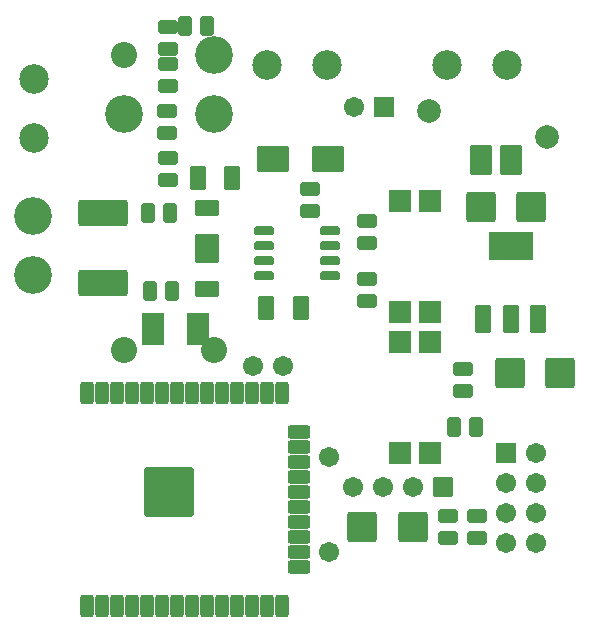
<source format=gbs>
G04 Layer_Color=16711935*
%FSLAX25Y25*%
%MOIN*%
G70*
G01*
G75*
%ADD58C,0.12611*%
%ADD59C,0.06706*%
G04:AMPARAMS|DCode=63|XSize=47.37mil|YSize=63.91mil|CornerRadius=5.97mil|HoleSize=0mil|Usage=FLASHONLY|Rotation=270.000|XOffset=0mil|YOffset=0mil|HoleType=Round|Shape=RoundedRectangle|*
%AMROUNDEDRECTD63*
21,1,0.04737,0.05197,0,0,270.0*
21,1,0.03543,0.06391,0,0,270.0*
1,1,0.01194,-0.02598,-0.01772*
1,1,0.01194,-0.02598,0.01772*
1,1,0.01194,0.02598,0.01772*
1,1,0.01194,0.02598,-0.01772*
%
%ADD63ROUNDEDRECTD63*%
G04:AMPARAMS|DCode=64|XSize=53.67mil|YSize=79.65mil|CornerRadius=6.28mil|HoleSize=0mil|Usage=FLASHONLY|Rotation=0.000|XOffset=0mil|YOffset=0mil|HoleType=Round|Shape=RoundedRectangle|*
%AMROUNDEDRECTD64*
21,1,0.05367,0.06709,0,0,0.0*
21,1,0.04110,0.07965,0,0,0.0*
1,1,0.01257,0.02055,-0.03354*
1,1,0.01257,-0.02055,-0.03354*
1,1,0.01257,-0.02055,0.03354*
1,1,0.01257,0.02055,0.03354*
%
%ADD64ROUNDEDRECTD64*%
G04:AMPARAMS|DCode=65|XSize=53.67mil|YSize=79.65mil|CornerRadius=6.28mil|HoleSize=0mil|Usage=FLASHONLY|Rotation=90.000|XOffset=0mil|YOffset=0mil|HoleType=Round|Shape=RoundedRectangle|*
%AMROUNDEDRECTD65*
21,1,0.05367,0.06709,0,0,90.0*
21,1,0.04110,0.07965,0,0,90.0*
1,1,0.01257,0.03354,0.02055*
1,1,0.01257,0.03354,-0.02055*
1,1,0.01257,-0.03354,-0.02055*
1,1,0.01257,-0.03354,0.02055*
%
%ADD65ROUNDEDRECTD65*%
%ADD66R,0.06706X0.06706*%
%ADD67R,0.06706X0.06706*%
%ADD68C,0.06737*%
G04:AMPARAMS|DCode=69|XSize=67.37mil|YSize=67.37mil|CornerRadius=6.97mil|HoleSize=0mil|Usage=FLASHONLY|Rotation=180.000|XOffset=0mil|YOffset=0mil|HoleType=Round|Shape=RoundedRectangle|*
%AMROUNDEDRECTD69*
21,1,0.06737,0.05343,0,0,180.0*
21,1,0.05343,0.06737,0,0,180.0*
1,1,0.01394,-0.02672,0.02672*
1,1,0.01394,0.02672,0.02672*
1,1,0.01394,0.02672,-0.02672*
1,1,0.01394,-0.02672,-0.02672*
%
%ADD69ROUNDEDRECTD69*%
%ADD70C,0.07887*%
%ADD71C,0.09855*%
G04:AMPARAMS|DCode=72|XSize=74.93mil|YSize=98.55mil|CornerRadius=5.67mil|HoleSize=0mil|Usage=FLASHONLY|Rotation=180.000|XOffset=0mil|YOffset=0mil|HoleType=Round|Shape=RoundedRectangle|*
%AMROUNDEDRECTD72*
21,1,0.07493,0.08721,0,0,180.0*
21,1,0.06358,0.09855,0,0,180.0*
1,1,0.01135,-0.03179,0.04360*
1,1,0.01135,0.03179,0.04360*
1,1,0.01135,0.03179,-0.04360*
1,1,0.01135,-0.03179,-0.04360*
%
%ADD72ROUNDEDRECTD72*%
G04:AMPARAMS|DCode=73|XSize=106.42mil|YSize=86.74mil|CornerRadius=5.97mil|HoleSize=0mil|Usage=FLASHONLY|Rotation=180.000|XOffset=0mil|YOffset=0mil|HoleType=Round|Shape=RoundedRectangle|*
%AMROUNDEDRECTD73*
21,1,0.10642,0.07480,0,0,180.0*
21,1,0.09449,0.08674,0,0,180.0*
1,1,0.01194,-0.04724,0.03740*
1,1,0.01194,0.04724,0.03740*
1,1,0.01194,0.04724,-0.03740*
1,1,0.01194,-0.04724,-0.03740*
%
%ADD73ROUNDEDRECTD73*%
%ADD74C,0.08674*%
%ADD75C,0.03162*%
%ADD76R,0.07808X0.10800*%
G04:AMPARAMS|DCode=77|XSize=149.73mil|YSize=94.61mil|CornerRadius=8.33mil|HoleSize=0mil|Usage=FLASHONLY|Rotation=180.000|XOffset=0mil|YOffset=0mil|HoleType=Round|Shape=RoundedRectangle|*
%AMROUNDEDRECTD77*
21,1,0.14973,0.07795,0,0,180.0*
21,1,0.13307,0.09461,0,0,180.0*
1,1,0.01666,-0.06653,0.03898*
1,1,0.01666,0.06653,0.03898*
1,1,0.01666,0.06653,-0.03898*
1,1,0.01666,-0.06653,-0.03898*
%
%ADD77ROUNDEDRECTD77*%
G04:AMPARAMS|DCode=78|XSize=56mil|YSize=96mil|CornerRadius=6.4mil|HoleSize=0mil|Usage=FLASHONLY|Rotation=180.000|XOffset=0mil|YOffset=0mil|HoleType=Round|Shape=RoundedRectangle|*
%AMROUNDEDRECTD78*
21,1,0.05600,0.08320,0,0,180.0*
21,1,0.04320,0.09600,0,0,180.0*
1,1,0.01280,-0.02160,0.04160*
1,1,0.01280,0.02160,0.04160*
1,1,0.01280,0.02160,-0.04160*
1,1,0.01280,-0.02160,-0.04160*
%
%ADD78ROUNDEDRECTD78*%
G04:AMPARAMS|DCode=79|XSize=66mil|YSize=30mil|CornerRadius=5.1mil|HoleSize=0mil|Usage=FLASHONLY|Rotation=0.000|XOffset=0mil|YOffset=0mil|HoleType=Round|Shape=RoundedRectangle|*
%AMROUNDEDRECTD79*
21,1,0.06600,0.01980,0,0,0.0*
21,1,0.05580,0.03000,0,0,0.0*
1,1,0.01020,0.02790,-0.00990*
1,1,0.01020,-0.02790,-0.00990*
1,1,0.01020,-0.02790,0.00990*
1,1,0.01020,0.02790,0.00990*
%
%ADD79ROUNDEDRECTD79*%
G04:AMPARAMS|DCode=80|XSize=47.37mil|YSize=63.91mil|CornerRadius=5.97mil|HoleSize=0mil|Usage=FLASHONLY|Rotation=180.000|XOffset=0mil|YOffset=0mil|HoleType=Round|Shape=RoundedRectangle|*
%AMROUNDEDRECTD80*
21,1,0.04737,0.05197,0,0,180.0*
21,1,0.03543,0.06391,0,0,180.0*
1,1,0.01194,-0.01772,0.02598*
1,1,0.01194,0.01772,0.02598*
1,1,0.01194,0.01772,-0.02598*
1,1,0.01194,-0.01772,-0.02598*
%
%ADD80ROUNDEDRECTD80*%
G04:AMPARAMS|DCode=81|XSize=86.74mil|YSize=165.48mil|CornerRadius=7.94mil|HoleSize=0mil|Usage=FLASHONLY|Rotation=270.000|XOffset=0mil|YOffset=0mil|HoleType=Round|Shape=RoundedRectangle|*
%AMROUNDEDRECTD81*
21,1,0.08674,0.14961,0,0,270.0*
21,1,0.07087,0.16548,0,0,270.0*
1,1,0.01587,-0.07480,-0.03543*
1,1,0.01587,-0.07480,0.03543*
1,1,0.01587,0.07480,0.03543*
1,1,0.01587,0.07480,-0.03543*
%
%ADD81ROUNDEDRECTD81*%
G04:AMPARAMS|DCode=82|XSize=74.14mil|YSize=75.32mil|CornerRadius=7.31mil|HoleSize=0mil|Usage=FLASHONLY|Rotation=270.000|XOffset=0mil|YOffset=0mil|HoleType=Round|Shape=RoundedRectangle|*
%AMROUNDEDRECTD82*
21,1,0.07414,0.06071,0,0,270.0*
21,1,0.05953,0.07532,0,0,270.0*
1,1,0.01461,-0.03035,-0.02976*
1,1,0.01461,-0.03035,0.02976*
1,1,0.01461,0.03035,0.02976*
1,1,0.01461,0.03035,-0.02976*
%
%ADD82ROUNDEDRECTD82*%
G04:AMPARAMS|DCode=83|XSize=74.93mil|YSize=43.43mil|CornerRadius=7.9mil|HoleSize=0mil|Usage=FLASHONLY|Rotation=90.000|XOffset=0mil|YOffset=0mil|HoleType=Round|Shape=RoundedRectangle|*
%AMROUNDEDRECTD83*
21,1,0.07493,0.02764,0,0,90.0*
21,1,0.05913,0.04343,0,0,90.0*
1,1,0.01580,0.01382,0.02957*
1,1,0.01580,0.01382,-0.02957*
1,1,0.01580,-0.01382,-0.02957*
1,1,0.01580,-0.01382,0.02957*
%
%ADD83ROUNDEDRECTD83*%
G04:AMPARAMS|DCode=84|XSize=74.93mil|YSize=43.43mil|CornerRadius=7.9mil|HoleSize=0mil|Usage=FLASHONLY|Rotation=180.000|XOffset=0mil|YOffset=0mil|HoleType=Round|Shape=RoundedRectangle|*
%AMROUNDEDRECTD84*
21,1,0.07493,0.02764,0,0,180.0*
21,1,0.05913,0.04343,0,0,180.0*
1,1,0.01580,-0.02957,0.01382*
1,1,0.01580,0.02957,0.01382*
1,1,0.01580,0.02957,-0.01382*
1,1,0.01580,-0.02957,-0.01382*
%
%ADD84ROUNDEDRECTD84*%
G04:AMPARAMS|DCode=85|XSize=165.48mil|YSize=165.48mil|CornerRadius=6.36mil|HoleSize=0mil|Usage=FLASHONLY|Rotation=90.000|XOffset=0mil|YOffset=0mil|HoleType=Round|Shape=RoundedRectangle|*
%AMROUNDEDRECTD85*
21,1,0.16548,0.15276,0,0,90.0*
21,1,0.15276,0.16548,0,0,90.0*
1,1,0.01272,0.07638,0.07638*
1,1,0.01272,0.07638,-0.07638*
1,1,0.01272,-0.07638,-0.07638*
1,1,0.01272,-0.07638,0.07638*
%
%ADD85ROUNDEDRECTD85*%
G04:AMPARAMS|DCode=86|XSize=103mil|YSize=97mil|CornerRadius=8.45mil|HoleSize=0mil|Usage=FLASHONLY|Rotation=270.000|XOffset=0mil|YOffset=0mil|HoleType=Round|Shape=RoundedRectangle|*
%AMROUNDEDRECTD86*
21,1,0.10300,0.08010,0,0,270.0*
21,1,0.08610,0.09700,0,0,270.0*
1,1,0.01690,-0.04005,-0.04305*
1,1,0.01690,-0.04005,0.04305*
1,1,0.01690,0.04005,0.04305*
1,1,0.01690,0.04005,-0.04305*
%
%ADD86ROUNDEDRECTD86*%
D58*
X131800Y245400D02*
D03*
Y265085D02*
D03*
X162079Y298917D02*
D03*
X192000D02*
D03*
Y318602D02*
D03*
D59*
X230610Y184646D02*
D03*
Y152953D02*
D03*
X205000Y215000D02*
D03*
X215000D02*
D03*
X238819Y301279D02*
D03*
X289370Y175984D02*
D03*
Y165984D02*
D03*
Y155984D02*
D03*
X299370Y185984D02*
D03*
Y175984D02*
D03*
Y165984D02*
D03*
Y155984D02*
D03*
D63*
X176352Y292638D02*
D03*
Y300000D02*
D03*
X176752Y315575D02*
D03*
Y308213D02*
D03*
X176724Y320441D02*
D03*
Y327803D02*
D03*
X176752Y284375D02*
D03*
Y277013D02*
D03*
X270079Y164842D02*
D03*
Y157480D02*
D03*
X279626Y164842D02*
D03*
Y157480D02*
D03*
X224000Y266638D02*
D03*
Y274000D02*
D03*
X275000Y214000D02*
D03*
Y206638D02*
D03*
X243000Y263362D02*
D03*
Y256000D02*
D03*
Y236638D02*
D03*
Y244000D02*
D03*
D64*
X198278Y277706D02*
D03*
X186664D02*
D03*
X221112Y234399D02*
D03*
X209498D02*
D03*
D65*
X189750Y267758D02*
D03*
Y256144D02*
D03*
X189764Y252067D02*
D03*
Y240453D02*
D03*
D66*
X248819Y301279D02*
D03*
D67*
X289370Y185984D02*
D03*
D68*
X238327Y174606D02*
D03*
X248327D02*
D03*
X258327D02*
D03*
D69*
X268327D02*
D03*
D70*
X303256Y291165D02*
D03*
X263886Y299827D02*
D03*
D71*
X131800Y245400D02*
D03*
Y265085D02*
D03*
X132000Y291000D02*
D03*
Y310685D02*
D03*
X209823Y315354D02*
D03*
X229823D02*
D03*
X289823D02*
D03*
X269823D02*
D03*
D72*
X291000Y283500D02*
D03*
X281000D02*
D03*
D73*
X230213Y284000D02*
D03*
X211787D02*
D03*
D74*
X192000Y298917D02*
D03*
X162079D02*
D03*
X192000Y318602D02*
D03*
X162079D02*
D03*
Y220177D02*
D03*
X192000D02*
D03*
D75*
X178642Y176969D02*
D03*
X170472D02*
D03*
X178642Y173000D02*
D03*
X170472D02*
D03*
X178642Y169095D02*
D03*
X170472D02*
D03*
X174705D02*
D03*
Y173000D02*
D03*
Y176969D02*
D03*
D76*
X171898Y227350D02*
D03*
X186701D02*
D03*
D77*
X291000Y255000D02*
D03*
D78*
X281900Y230599D02*
D03*
X291000D02*
D03*
X300100D02*
D03*
D79*
X230900Y245000D02*
D03*
Y250000D02*
D03*
Y255000D02*
D03*
Y260000D02*
D03*
X208700D02*
D03*
Y255000D02*
D03*
Y250000D02*
D03*
Y245000D02*
D03*
D80*
X189795Y328398D02*
D03*
X182433D02*
D03*
X177362Y266000D02*
D03*
X170000D02*
D03*
X178000Y240000D02*
D03*
X170638D02*
D03*
X272016Y194634D02*
D03*
X279378D02*
D03*
D81*
X155000Y242575D02*
D03*
Y266000D02*
D03*
D82*
X263984Y232937D02*
D03*
X253984D02*
D03*
X263984Y269905D02*
D03*
X253984D02*
D03*
X263984Y185937D02*
D03*
X253984D02*
D03*
X263984Y222905D02*
D03*
X253984D02*
D03*
D83*
X149681Y134949D02*
D03*
X154681D02*
D03*
X159681D02*
D03*
X164681D02*
D03*
X169681D02*
D03*
X174681D02*
D03*
X179681D02*
D03*
X184681D02*
D03*
X189681D02*
D03*
X194681D02*
D03*
X199681D02*
D03*
X204681D02*
D03*
X209681D02*
D03*
X214681D02*
D03*
Y205815D02*
D03*
X209681D02*
D03*
X204681D02*
D03*
X199681D02*
D03*
X194681D02*
D03*
X189681D02*
D03*
X184681D02*
D03*
X179681D02*
D03*
X174681D02*
D03*
X169681D02*
D03*
X164681D02*
D03*
X159681D02*
D03*
X154681D02*
D03*
X149681D02*
D03*
D84*
X220587Y147882D02*
D03*
Y152882D02*
D03*
Y157882D02*
D03*
Y162882D02*
D03*
Y167882D02*
D03*
Y172882D02*
D03*
Y177882D02*
D03*
Y182882D02*
D03*
Y187882D02*
D03*
Y192882D02*
D03*
D85*
X177000Y173000D02*
D03*
D86*
X258335Y161417D02*
D03*
X241535D02*
D03*
X307450Y212500D02*
D03*
X290650D02*
D03*
X297800Y268000D02*
D03*
X281000D02*
D03*
M02*

</source>
